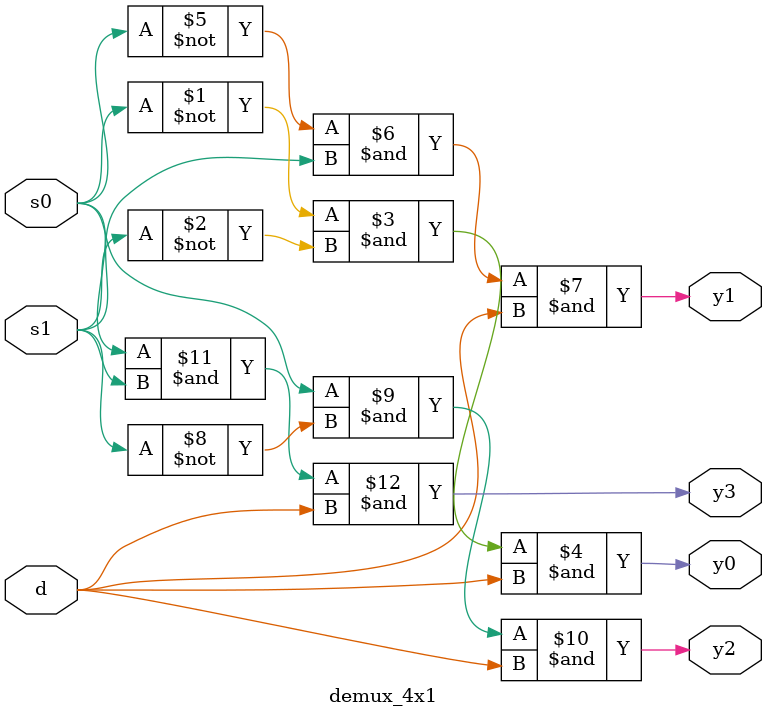
<source format=v>
`timescale 1ns / 1ps


module demux_4x1(input s0,
                 input s1,
                 input d,
                 output y0,
                 output y1,
                 output y2,
                 output y3);
                 
    assign y0 = ~s0 & ~s1 & d;
    assign y1 = ~s0 & s1 & d;
    assign y2 = s0 & ~s1 & d;
    assign y3 = s0 & s1 & d;  
    
endmodule

</source>
